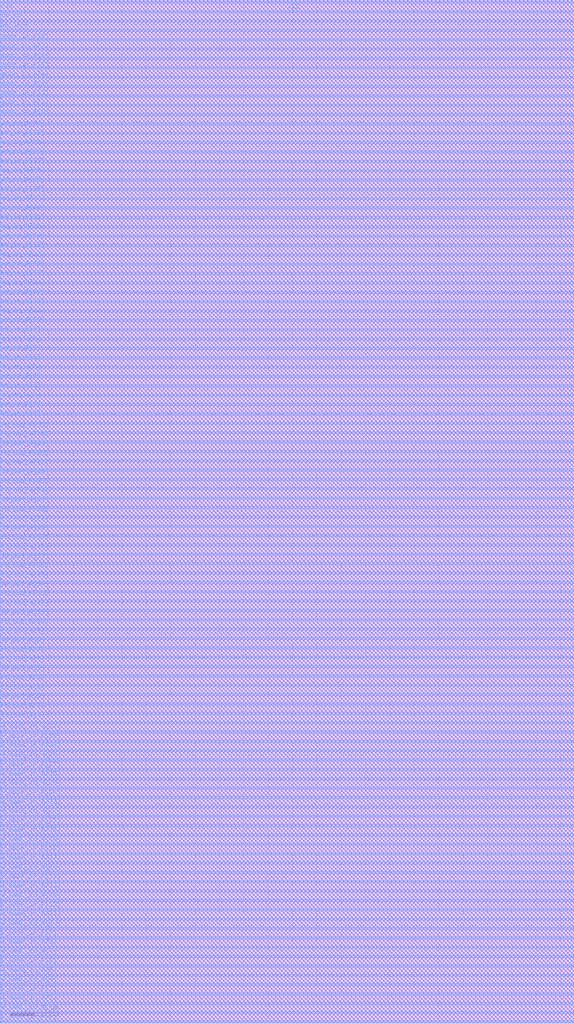
<source format=lef>
# Generated by FakeRAM 2.0
VERSION 5.7 ;
BUSBITCHARS "[]" ;
PROPERTYDEFINITIONS
  MACRO width INTEGER ;
  MACRO depth INTEGER ;
  MACRO banks INTEGER ;
END PROPERTYDEFINITIONS
MACRO fakeram7_dp_512x32
  PROPERTY width 32 ;
  PROPERTY depth 512 ;
  PROPERTY banks 4 ;
  FOREIGN fakeram7_dp_512x32 0 0 ;
  SYMMETRY X Y ;
  SIZE 23.560 BY 42.000 ;
  CLASS BLOCK ;
  PIN w_mask_in_A[0]
    DIRECTION INPUT ;
    USE SIGNAL ;
    SHAPE ABUTMENT ;
    PORT
      LAYER M4 ;
      RECT 0.000 0.048 0.024 0.072 ;
    END
  END w_mask_in_A[0]
  PIN w_mask_in_B[0]
    DIRECTION INPUT ;
    USE SIGNAL ;
    SHAPE ABUTMENT ;
    PORT
      LAYER M4 ;
      RECT 23.536 0.048 23.560 0.072 ;
    END
  END w_mask_in_B[0]
  PIN w_mask_in_A[1]
    DIRECTION INPUT ;
    USE SIGNAL ;
    SHAPE ABUTMENT ;
    PORT
      LAYER M4 ;
      RECT 0.000 0.432 0.024 0.456 ;
    END
  END w_mask_in_A[1]
  PIN w_mask_in_B[1]
    DIRECTION INPUT ;
    USE SIGNAL ;
    SHAPE ABUTMENT ;
    PORT
      LAYER M4 ;
      RECT 23.536 0.432 23.560 0.456 ;
    END
  END w_mask_in_B[1]
  PIN w_mask_in_A[2]
    DIRECTION INPUT ;
    USE SIGNAL ;
    SHAPE ABUTMENT ;
    PORT
      LAYER M4 ;
      RECT 0.000 0.816 0.024 0.840 ;
    END
  END w_mask_in_A[2]
  PIN w_mask_in_B[2]
    DIRECTION INPUT ;
    USE SIGNAL ;
    SHAPE ABUTMENT ;
    PORT
      LAYER M4 ;
      RECT 23.536 0.816 23.560 0.840 ;
    END
  END w_mask_in_B[2]
  PIN w_mask_in_A[3]
    DIRECTION INPUT ;
    USE SIGNAL ;
    SHAPE ABUTMENT ;
    PORT
      LAYER M4 ;
      RECT 0.000 1.200 0.024 1.224 ;
    END
  END w_mask_in_A[3]
  PIN w_mask_in_B[3]
    DIRECTION INPUT ;
    USE SIGNAL ;
    SHAPE ABUTMENT ;
    PORT
      LAYER M4 ;
      RECT 23.536 1.200 23.560 1.224 ;
    END
  END w_mask_in_B[3]
  PIN w_mask_in_A[4]
    DIRECTION INPUT ;
    USE SIGNAL ;
    SHAPE ABUTMENT ;
    PORT
      LAYER M4 ;
      RECT 0.000 1.584 0.024 1.608 ;
    END
  END w_mask_in_A[4]
  PIN w_mask_in_B[4]
    DIRECTION INPUT ;
    USE SIGNAL ;
    SHAPE ABUTMENT ;
    PORT
      LAYER M4 ;
      RECT 23.536 1.584 23.560 1.608 ;
    END
  END w_mask_in_B[4]
  PIN w_mask_in_A[5]
    DIRECTION INPUT ;
    USE SIGNAL ;
    SHAPE ABUTMENT ;
    PORT
      LAYER M4 ;
      RECT 0.000 1.968 0.024 1.992 ;
    END
  END w_mask_in_A[5]
  PIN w_mask_in_B[5]
    DIRECTION INPUT ;
    USE SIGNAL ;
    SHAPE ABUTMENT ;
    PORT
      LAYER M4 ;
      RECT 23.536 1.968 23.560 1.992 ;
    END
  END w_mask_in_B[5]
  PIN w_mask_in_A[6]
    DIRECTION INPUT ;
    USE SIGNAL ;
    SHAPE ABUTMENT ;
    PORT
      LAYER M4 ;
      RECT 0.000 2.352 0.024 2.376 ;
    END
  END w_mask_in_A[6]
  PIN w_mask_in_B[6]
    DIRECTION INPUT ;
    USE SIGNAL ;
    SHAPE ABUTMENT ;
    PORT
      LAYER M4 ;
      RECT 23.536 2.352 23.560 2.376 ;
    END
  END w_mask_in_B[6]
  PIN w_mask_in_A[7]
    DIRECTION INPUT ;
    USE SIGNAL ;
    SHAPE ABUTMENT ;
    PORT
      LAYER M4 ;
      RECT 0.000 2.736 0.024 2.760 ;
    END
  END w_mask_in_A[7]
  PIN w_mask_in_B[7]
    DIRECTION INPUT ;
    USE SIGNAL ;
    SHAPE ABUTMENT ;
    PORT
      LAYER M4 ;
      RECT 23.536 2.736 23.560 2.760 ;
    END
  END w_mask_in_B[7]
  PIN w_mask_in_A[8]
    DIRECTION INPUT ;
    USE SIGNAL ;
    SHAPE ABUTMENT ;
    PORT
      LAYER M4 ;
      RECT 0.000 3.120 0.024 3.144 ;
    END
  END w_mask_in_A[8]
  PIN w_mask_in_B[8]
    DIRECTION INPUT ;
    USE SIGNAL ;
    SHAPE ABUTMENT ;
    PORT
      LAYER M4 ;
      RECT 23.536 3.120 23.560 3.144 ;
    END
  END w_mask_in_B[8]
  PIN w_mask_in_A[9]
    DIRECTION INPUT ;
    USE SIGNAL ;
    SHAPE ABUTMENT ;
    PORT
      LAYER M4 ;
      RECT 0.000 3.504 0.024 3.528 ;
    END
  END w_mask_in_A[9]
  PIN w_mask_in_B[9]
    DIRECTION INPUT ;
    USE SIGNAL ;
    SHAPE ABUTMENT ;
    PORT
      LAYER M4 ;
      RECT 23.536 3.504 23.560 3.528 ;
    END
  END w_mask_in_B[9]
  PIN w_mask_in_A[10]
    DIRECTION INPUT ;
    USE SIGNAL ;
    SHAPE ABUTMENT ;
    PORT
      LAYER M4 ;
      RECT 0.000 3.888 0.024 3.912 ;
    END
  END w_mask_in_A[10]
  PIN w_mask_in_B[10]
    DIRECTION INPUT ;
    USE SIGNAL ;
    SHAPE ABUTMENT ;
    PORT
      LAYER M4 ;
      RECT 23.536 3.888 23.560 3.912 ;
    END
  END w_mask_in_B[10]
  PIN w_mask_in_A[11]
    DIRECTION INPUT ;
    USE SIGNAL ;
    SHAPE ABUTMENT ;
    PORT
      LAYER M4 ;
      RECT 0.000 4.272 0.024 4.296 ;
    END
  END w_mask_in_A[11]
  PIN w_mask_in_B[11]
    DIRECTION INPUT ;
    USE SIGNAL ;
    SHAPE ABUTMENT ;
    PORT
      LAYER M4 ;
      RECT 23.536 4.272 23.560 4.296 ;
    END
  END w_mask_in_B[11]
  PIN w_mask_in_A[12]
    DIRECTION INPUT ;
    USE SIGNAL ;
    SHAPE ABUTMENT ;
    PORT
      LAYER M4 ;
      RECT 0.000 4.656 0.024 4.680 ;
    END
  END w_mask_in_A[12]
  PIN w_mask_in_B[12]
    DIRECTION INPUT ;
    USE SIGNAL ;
    SHAPE ABUTMENT ;
    PORT
      LAYER M4 ;
      RECT 23.536 4.656 23.560 4.680 ;
    END
  END w_mask_in_B[12]
  PIN w_mask_in_A[13]
    DIRECTION INPUT ;
    USE SIGNAL ;
    SHAPE ABUTMENT ;
    PORT
      LAYER M4 ;
      RECT 0.000 5.040 0.024 5.064 ;
    END
  END w_mask_in_A[13]
  PIN w_mask_in_B[13]
    DIRECTION INPUT ;
    USE SIGNAL ;
    SHAPE ABUTMENT ;
    PORT
      LAYER M4 ;
      RECT 23.536 5.040 23.560 5.064 ;
    END
  END w_mask_in_B[13]
  PIN w_mask_in_A[14]
    DIRECTION INPUT ;
    USE SIGNAL ;
    SHAPE ABUTMENT ;
    PORT
      LAYER M4 ;
      RECT 0.000 5.424 0.024 5.448 ;
    END
  END w_mask_in_A[14]
  PIN w_mask_in_B[14]
    DIRECTION INPUT ;
    USE SIGNAL ;
    SHAPE ABUTMENT ;
    PORT
      LAYER M4 ;
      RECT 23.536 5.424 23.560 5.448 ;
    END
  END w_mask_in_B[14]
  PIN w_mask_in_A[15]
    DIRECTION INPUT ;
    USE SIGNAL ;
    SHAPE ABUTMENT ;
    PORT
      LAYER M4 ;
      RECT 0.000 5.808 0.024 5.832 ;
    END
  END w_mask_in_A[15]
  PIN w_mask_in_B[15]
    DIRECTION INPUT ;
    USE SIGNAL ;
    SHAPE ABUTMENT ;
    PORT
      LAYER M4 ;
      RECT 23.536 5.808 23.560 5.832 ;
    END
  END w_mask_in_B[15]
  PIN w_mask_in_A[16]
    DIRECTION INPUT ;
    USE SIGNAL ;
    SHAPE ABUTMENT ;
    PORT
      LAYER M4 ;
      RECT 0.000 6.192 0.024 6.216 ;
    END
  END w_mask_in_A[16]
  PIN w_mask_in_B[16]
    DIRECTION INPUT ;
    USE SIGNAL ;
    SHAPE ABUTMENT ;
    PORT
      LAYER M4 ;
      RECT 23.536 6.192 23.560 6.216 ;
    END
  END w_mask_in_B[16]
  PIN w_mask_in_A[17]
    DIRECTION INPUT ;
    USE SIGNAL ;
    SHAPE ABUTMENT ;
    PORT
      LAYER M4 ;
      RECT 0.000 6.576 0.024 6.600 ;
    END
  END w_mask_in_A[17]
  PIN w_mask_in_B[17]
    DIRECTION INPUT ;
    USE SIGNAL ;
    SHAPE ABUTMENT ;
    PORT
      LAYER M4 ;
      RECT 23.536 6.576 23.560 6.600 ;
    END
  END w_mask_in_B[17]
  PIN w_mask_in_A[18]
    DIRECTION INPUT ;
    USE SIGNAL ;
    SHAPE ABUTMENT ;
    PORT
      LAYER M4 ;
      RECT 0.000 6.960 0.024 6.984 ;
    END
  END w_mask_in_A[18]
  PIN w_mask_in_B[18]
    DIRECTION INPUT ;
    USE SIGNAL ;
    SHAPE ABUTMENT ;
    PORT
      LAYER M4 ;
      RECT 23.536 6.960 23.560 6.984 ;
    END
  END w_mask_in_B[18]
  PIN w_mask_in_A[19]
    DIRECTION INPUT ;
    USE SIGNAL ;
    SHAPE ABUTMENT ;
    PORT
      LAYER M4 ;
      RECT 0.000 7.344 0.024 7.368 ;
    END
  END w_mask_in_A[19]
  PIN w_mask_in_B[19]
    DIRECTION INPUT ;
    USE SIGNAL ;
    SHAPE ABUTMENT ;
    PORT
      LAYER M4 ;
      RECT 23.536 7.344 23.560 7.368 ;
    END
  END w_mask_in_B[19]
  PIN w_mask_in_A[20]
    DIRECTION INPUT ;
    USE SIGNAL ;
    SHAPE ABUTMENT ;
    PORT
      LAYER M4 ;
      RECT 0.000 7.728 0.024 7.752 ;
    END
  END w_mask_in_A[20]
  PIN w_mask_in_B[20]
    DIRECTION INPUT ;
    USE SIGNAL ;
    SHAPE ABUTMENT ;
    PORT
      LAYER M4 ;
      RECT 23.536 7.728 23.560 7.752 ;
    END
  END w_mask_in_B[20]
  PIN w_mask_in_A[21]
    DIRECTION INPUT ;
    USE SIGNAL ;
    SHAPE ABUTMENT ;
    PORT
      LAYER M4 ;
      RECT 0.000 8.112 0.024 8.136 ;
    END
  END w_mask_in_A[21]
  PIN w_mask_in_B[21]
    DIRECTION INPUT ;
    USE SIGNAL ;
    SHAPE ABUTMENT ;
    PORT
      LAYER M4 ;
      RECT 23.536 8.112 23.560 8.136 ;
    END
  END w_mask_in_B[21]
  PIN w_mask_in_A[22]
    DIRECTION INPUT ;
    USE SIGNAL ;
    SHAPE ABUTMENT ;
    PORT
      LAYER M4 ;
      RECT 0.000 8.496 0.024 8.520 ;
    END
  END w_mask_in_A[22]
  PIN w_mask_in_B[22]
    DIRECTION INPUT ;
    USE SIGNAL ;
    SHAPE ABUTMENT ;
    PORT
      LAYER M4 ;
      RECT 23.536 8.496 23.560 8.520 ;
    END
  END w_mask_in_B[22]
  PIN w_mask_in_A[23]
    DIRECTION INPUT ;
    USE SIGNAL ;
    SHAPE ABUTMENT ;
    PORT
      LAYER M4 ;
      RECT 0.000 8.880 0.024 8.904 ;
    END
  END w_mask_in_A[23]
  PIN w_mask_in_B[23]
    DIRECTION INPUT ;
    USE SIGNAL ;
    SHAPE ABUTMENT ;
    PORT
      LAYER M4 ;
      RECT 23.536 8.880 23.560 8.904 ;
    END
  END w_mask_in_B[23]
  PIN w_mask_in_A[24]
    DIRECTION INPUT ;
    USE SIGNAL ;
    SHAPE ABUTMENT ;
    PORT
      LAYER M4 ;
      RECT 0.000 9.264 0.024 9.288 ;
    END
  END w_mask_in_A[24]
  PIN w_mask_in_B[24]
    DIRECTION INPUT ;
    USE SIGNAL ;
    SHAPE ABUTMENT ;
    PORT
      LAYER M4 ;
      RECT 23.536 9.264 23.560 9.288 ;
    END
  END w_mask_in_B[24]
  PIN w_mask_in_A[25]
    DIRECTION INPUT ;
    USE SIGNAL ;
    SHAPE ABUTMENT ;
    PORT
      LAYER M4 ;
      RECT 0.000 9.648 0.024 9.672 ;
    END
  END w_mask_in_A[25]
  PIN w_mask_in_B[25]
    DIRECTION INPUT ;
    USE SIGNAL ;
    SHAPE ABUTMENT ;
    PORT
      LAYER M4 ;
      RECT 23.536 9.648 23.560 9.672 ;
    END
  END w_mask_in_B[25]
  PIN w_mask_in_A[26]
    DIRECTION INPUT ;
    USE SIGNAL ;
    SHAPE ABUTMENT ;
    PORT
      LAYER M4 ;
      RECT 0.000 10.032 0.024 10.056 ;
    END
  END w_mask_in_A[26]
  PIN w_mask_in_B[26]
    DIRECTION INPUT ;
    USE SIGNAL ;
    SHAPE ABUTMENT ;
    PORT
      LAYER M4 ;
      RECT 23.536 10.032 23.560 10.056 ;
    END
  END w_mask_in_B[26]
  PIN w_mask_in_A[27]
    DIRECTION INPUT ;
    USE SIGNAL ;
    SHAPE ABUTMENT ;
    PORT
      LAYER M4 ;
      RECT 0.000 10.416 0.024 10.440 ;
    END
  END w_mask_in_A[27]
  PIN w_mask_in_B[27]
    DIRECTION INPUT ;
    USE SIGNAL ;
    SHAPE ABUTMENT ;
    PORT
      LAYER M4 ;
      RECT 23.536 10.416 23.560 10.440 ;
    END
  END w_mask_in_B[27]
  PIN w_mask_in_A[28]
    DIRECTION INPUT ;
    USE SIGNAL ;
    SHAPE ABUTMENT ;
    PORT
      LAYER M4 ;
      RECT 0.000 10.800 0.024 10.824 ;
    END
  END w_mask_in_A[28]
  PIN w_mask_in_B[28]
    DIRECTION INPUT ;
    USE SIGNAL ;
    SHAPE ABUTMENT ;
    PORT
      LAYER M4 ;
      RECT 23.536 10.800 23.560 10.824 ;
    END
  END w_mask_in_B[28]
  PIN w_mask_in_A[29]
    DIRECTION INPUT ;
    USE SIGNAL ;
    SHAPE ABUTMENT ;
    PORT
      LAYER M4 ;
      RECT 0.000 11.184 0.024 11.208 ;
    END
  END w_mask_in_A[29]
  PIN w_mask_in_B[29]
    DIRECTION INPUT ;
    USE SIGNAL ;
    SHAPE ABUTMENT ;
    PORT
      LAYER M4 ;
      RECT 23.536 11.184 23.560 11.208 ;
    END
  END w_mask_in_B[29]
  PIN w_mask_in_A[30]
    DIRECTION INPUT ;
    USE SIGNAL ;
    SHAPE ABUTMENT ;
    PORT
      LAYER M4 ;
      RECT 0.000 11.568 0.024 11.592 ;
    END
  END w_mask_in_A[30]
  PIN w_mask_in_B[30]
    DIRECTION INPUT ;
    USE SIGNAL ;
    SHAPE ABUTMENT ;
    PORT
      LAYER M4 ;
      RECT 23.536 11.568 23.560 11.592 ;
    END
  END w_mask_in_B[30]
  PIN w_mask_in_A[31]
    DIRECTION INPUT ;
    USE SIGNAL ;
    SHAPE ABUTMENT ;
    PORT
      LAYER M4 ;
      RECT 0.000 11.952 0.024 11.976 ;
    END
  END w_mask_in_A[31]
  PIN w_mask_in_B[31]
    DIRECTION INPUT ;
    USE SIGNAL ;
    SHAPE ABUTMENT ;
    PORT
      LAYER M4 ;
      RECT 23.536 11.952 23.560 11.976 ;
    END
  END w_mask_in_B[31]
  PIN rd_out_A[0]
    DIRECTION OUTPUT ;
    USE SIGNAL ;
    SHAPE ABUTMENT ;
    PORT
      LAYER M4 ;
      RECT 0.000 12.432 0.024 12.456 ;
    END
  END rd_out_A[0]
  PIN rd_out_B[0]
    DIRECTION OUTPUT ;
    USE SIGNAL ;
    SHAPE ABUTMENT ;
    PORT
      LAYER M4 ;
      RECT 23.536 12.432 23.560 12.456 ;
    END
  END rd_out_B[0]
  PIN rd_out_A[1]
    DIRECTION OUTPUT ;
    USE SIGNAL ;
    SHAPE ABUTMENT ;
    PORT
      LAYER M4 ;
      RECT 0.000 12.816 0.024 12.840 ;
    END
  END rd_out_A[1]
  PIN rd_out_B[1]
    DIRECTION OUTPUT ;
    USE SIGNAL ;
    SHAPE ABUTMENT ;
    PORT
      LAYER M4 ;
      RECT 23.536 12.816 23.560 12.840 ;
    END
  END rd_out_B[1]
  PIN rd_out_A[2]
    DIRECTION OUTPUT ;
    USE SIGNAL ;
    SHAPE ABUTMENT ;
    PORT
      LAYER M4 ;
      RECT 0.000 13.200 0.024 13.224 ;
    END
  END rd_out_A[2]
  PIN rd_out_B[2]
    DIRECTION OUTPUT ;
    USE SIGNAL ;
    SHAPE ABUTMENT ;
    PORT
      LAYER M4 ;
      RECT 23.536 13.200 23.560 13.224 ;
    END
  END rd_out_B[2]
  PIN rd_out_A[3]
    DIRECTION OUTPUT ;
    USE SIGNAL ;
    SHAPE ABUTMENT ;
    PORT
      LAYER M4 ;
      RECT 0.000 13.584 0.024 13.608 ;
    END
  END rd_out_A[3]
  PIN rd_out_B[3]
    DIRECTION OUTPUT ;
    USE SIGNAL ;
    SHAPE ABUTMENT ;
    PORT
      LAYER M4 ;
      RECT 23.536 13.584 23.560 13.608 ;
    END
  END rd_out_B[3]
  PIN rd_out_A[4]
    DIRECTION OUTPUT ;
    USE SIGNAL ;
    SHAPE ABUTMENT ;
    PORT
      LAYER M4 ;
      RECT 0.000 13.968 0.024 13.992 ;
    END
  END rd_out_A[4]
  PIN rd_out_B[4]
    DIRECTION OUTPUT ;
    USE SIGNAL ;
    SHAPE ABUTMENT ;
    PORT
      LAYER M4 ;
      RECT 23.536 13.968 23.560 13.992 ;
    END
  END rd_out_B[4]
  PIN rd_out_A[5]
    DIRECTION OUTPUT ;
    USE SIGNAL ;
    SHAPE ABUTMENT ;
    PORT
      LAYER M4 ;
      RECT 0.000 14.352 0.024 14.376 ;
    END
  END rd_out_A[5]
  PIN rd_out_B[5]
    DIRECTION OUTPUT ;
    USE SIGNAL ;
    SHAPE ABUTMENT ;
    PORT
      LAYER M4 ;
      RECT 23.536 14.352 23.560 14.376 ;
    END
  END rd_out_B[5]
  PIN rd_out_A[6]
    DIRECTION OUTPUT ;
    USE SIGNAL ;
    SHAPE ABUTMENT ;
    PORT
      LAYER M4 ;
      RECT 0.000 14.736 0.024 14.760 ;
    END
  END rd_out_A[6]
  PIN rd_out_B[6]
    DIRECTION OUTPUT ;
    USE SIGNAL ;
    SHAPE ABUTMENT ;
    PORT
      LAYER M4 ;
      RECT 23.536 14.736 23.560 14.760 ;
    END
  END rd_out_B[6]
  PIN rd_out_A[7]
    DIRECTION OUTPUT ;
    USE SIGNAL ;
    SHAPE ABUTMENT ;
    PORT
      LAYER M4 ;
      RECT 0.000 15.120 0.024 15.144 ;
    END
  END rd_out_A[7]
  PIN rd_out_B[7]
    DIRECTION OUTPUT ;
    USE SIGNAL ;
    SHAPE ABUTMENT ;
    PORT
      LAYER M4 ;
      RECT 23.536 15.120 23.560 15.144 ;
    END
  END rd_out_B[7]
  PIN rd_out_A[8]
    DIRECTION OUTPUT ;
    USE SIGNAL ;
    SHAPE ABUTMENT ;
    PORT
      LAYER M4 ;
      RECT 0.000 15.504 0.024 15.528 ;
    END
  END rd_out_A[8]
  PIN rd_out_B[8]
    DIRECTION OUTPUT ;
    USE SIGNAL ;
    SHAPE ABUTMENT ;
    PORT
      LAYER M4 ;
      RECT 23.536 15.504 23.560 15.528 ;
    END
  END rd_out_B[8]
  PIN rd_out_A[9]
    DIRECTION OUTPUT ;
    USE SIGNAL ;
    SHAPE ABUTMENT ;
    PORT
      LAYER M4 ;
      RECT 0.000 15.888 0.024 15.912 ;
    END
  END rd_out_A[9]
  PIN rd_out_B[9]
    DIRECTION OUTPUT ;
    USE SIGNAL ;
    SHAPE ABUTMENT ;
    PORT
      LAYER M4 ;
      RECT 23.536 15.888 23.560 15.912 ;
    END
  END rd_out_B[9]
  PIN rd_out_A[10]
    DIRECTION OUTPUT ;
    USE SIGNAL ;
    SHAPE ABUTMENT ;
    PORT
      LAYER M4 ;
      RECT 0.000 16.272 0.024 16.296 ;
    END
  END rd_out_A[10]
  PIN rd_out_B[10]
    DIRECTION OUTPUT ;
    USE SIGNAL ;
    SHAPE ABUTMENT ;
    PORT
      LAYER M4 ;
      RECT 23.536 16.272 23.560 16.296 ;
    END
  END rd_out_B[10]
  PIN rd_out_A[11]
    DIRECTION OUTPUT ;
    USE SIGNAL ;
    SHAPE ABUTMENT ;
    PORT
      LAYER M4 ;
      RECT 0.000 16.656 0.024 16.680 ;
    END
  END rd_out_A[11]
  PIN rd_out_B[11]
    DIRECTION OUTPUT ;
    USE SIGNAL ;
    SHAPE ABUTMENT ;
    PORT
      LAYER M4 ;
      RECT 23.536 16.656 23.560 16.680 ;
    END
  END rd_out_B[11]
  PIN rd_out_A[12]
    DIRECTION OUTPUT ;
    USE SIGNAL ;
    SHAPE ABUTMENT ;
    PORT
      LAYER M4 ;
      RECT 0.000 17.040 0.024 17.064 ;
    END
  END rd_out_A[12]
  PIN rd_out_B[12]
    DIRECTION OUTPUT ;
    USE SIGNAL ;
    SHAPE ABUTMENT ;
    PORT
      LAYER M4 ;
      RECT 23.536 17.040 23.560 17.064 ;
    END
  END rd_out_B[12]
  PIN rd_out_A[13]
    DIRECTION OUTPUT ;
    USE SIGNAL ;
    SHAPE ABUTMENT ;
    PORT
      LAYER M4 ;
      RECT 0.000 17.424 0.024 17.448 ;
    END
  END rd_out_A[13]
  PIN rd_out_B[13]
    DIRECTION OUTPUT ;
    USE SIGNAL ;
    SHAPE ABUTMENT ;
    PORT
      LAYER M4 ;
      RECT 23.536 17.424 23.560 17.448 ;
    END
  END rd_out_B[13]
  PIN rd_out_A[14]
    DIRECTION OUTPUT ;
    USE SIGNAL ;
    SHAPE ABUTMENT ;
    PORT
      LAYER M4 ;
      RECT 0.000 17.808 0.024 17.832 ;
    END
  END rd_out_A[14]
  PIN rd_out_B[14]
    DIRECTION OUTPUT ;
    USE SIGNAL ;
    SHAPE ABUTMENT ;
    PORT
      LAYER M4 ;
      RECT 23.536 17.808 23.560 17.832 ;
    END
  END rd_out_B[14]
  PIN rd_out_A[15]
    DIRECTION OUTPUT ;
    USE SIGNAL ;
    SHAPE ABUTMENT ;
    PORT
      LAYER M4 ;
      RECT 0.000 18.192 0.024 18.216 ;
    END
  END rd_out_A[15]
  PIN rd_out_B[15]
    DIRECTION OUTPUT ;
    USE SIGNAL ;
    SHAPE ABUTMENT ;
    PORT
      LAYER M4 ;
      RECT 23.536 18.192 23.560 18.216 ;
    END
  END rd_out_B[15]
  PIN rd_out_A[16]
    DIRECTION OUTPUT ;
    USE SIGNAL ;
    SHAPE ABUTMENT ;
    PORT
      LAYER M4 ;
      RECT 0.000 18.576 0.024 18.600 ;
    END
  END rd_out_A[16]
  PIN rd_out_B[16]
    DIRECTION OUTPUT ;
    USE SIGNAL ;
    SHAPE ABUTMENT ;
    PORT
      LAYER M4 ;
      RECT 23.536 18.576 23.560 18.600 ;
    END
  END rd_out_B[16]
  PIN rd_out_A[17]
    DIRECTION OUTPUT ;
    USE SIGNAL ;
    SHAPE ABUTMENT ;
    PORT
      LAYER M4 ;
      RECT 0.000 18.960 0.024 18.984 ;
    END
  END rd_out_A[17]
  PIN rd_out_B[17]
    DIRECTION OUTPUT ;
    USE SIGNAL ;
    SHAPE ABUTMENT ;
    PORT
      LAYER M4 ;
      RECT 23.536 18.960 23.560 18.984 ;
    END
  END rd_out_B[17]
  PIN rd_out_A[18]
    DIRECTION OUTPUT ;
    USE SIGNAL ;
    SHAPE ABUTMENT ;
    PORT
      LAYER M4 ;
      RECT 0.000 19.344 0.024 19.368 ;
    END
  END rd_out_A[18]
  PIN rd_out_B[18]
    DIRECTION OUTPUT ;
    USE SIGNAL ;
    SHAPE ABUTMENT ;
    PORT
      LAYER M4 ;
      RECT 23.536 19.344 23.560 19.368 ;
    END
  END rd_out_B[18]
  PIN rd_out_A[19]
    DIRECTION OUTPUT ;
    USE SIGNAL ;
    SHAPE ABUTMENT ;
    PORT
      LAYER M4 ;
      RECT 0.000 19.728 0.024 19.752 ;
    END
  END rd_out_A[19]
  PIN rd_out_B[19]
    DIRECTION OUTPUT ;
    USE SIGNAL ;
    SHAPE ABUTMENT ;
    PORT
      LAYER M4 ;
      RECT 23.536 19.728 23.560 19.752 ;
    END
  END rd_out_B[19]
  PIN rd_out_A[20]
    DIRECTION OUTPUT ;
    USE SIGNAL ;
    SHAPE ABUTMENT ;
    PORT
      LAYER M4 ;
      RECT 0.000 20.112 0.024 20.136 ;
    END
  END rd_out_A[20]
  PIN rd_out_B[20]
    DIRECTION OUTPUT ;
    USE SIGNAL ;
    SHAPE ABUTMENT ;
    PORT
      LAYER M4 ;
      RECT 23.536 20.112 23.560 20.136 ;
    END
  END rd_out_B[20]
  PIN rd_out_A[21]
    DIRECTION OUTPUT ;
    USE SIGNAL ;
    SHAPE ABUTMENT ;
    PORT
      LAYER M4 ;
      RECT 0.000 20.496 0.024 20.520 ;
    END
  END rd_out_A[21]
  PIN rd_out_B[21]
    DIRECTION OUTPUT ;
    USE SIGNAL ;
    SHAPE ABUTMENT ;
    PORT
      LAYER M4 ;
      RECT 23.536 20.496 23.560 20.520 ;
    END
  END rd_out_B[21]
  PIN rd_out_A[22]
    DIRECTION OUTPUT ;
    USE SIGNAL ;
    SHAPE ABUTMENT ;
    PORT
      LAYER M4 ;
      RECT 0.000 20.880 0.024 20.904 ;
    END
  END rd_out_A[22]
  PIN rd_out_B[22]
    DIRECTION OUTPUT ;
    USE SIGNAL ;
    SHAPE ABUTMENT ;
    PORT
      LAYER M4 ;
      RECT 23.536 20.880 23.560 20.904 ;
    END
  END rd_out_B[22]
  PIN rd_out_A[23]
    DIRECTION OUTPUT ;
    USE SIGNAL ;
    SHAPE ABUTMENT ;
    PORT
      LAYER M4 ;
      RECT 0.000 21.264 0.024 21.288 ;
    END
  END rd_out_A[23]
  PIN rd_out_B[23]
    DIRECTION OUTPUT ;
    USE SIGNAL ;
    SHAPE ABUTMENT ;
    PORT
      LAYER M4 ;
      RECT 23.536 21.264 23.560 21.288 ;
    END
  END rd_out_B[23]
  PIN rd_out_A[24]
    DIRECTION OUTPUT ;
    USE SIGNAL ;
    SHAPE ABUTMENT ;
    PORT
      LAYER M4 ;
      RECT 0.000 21.648 0.024 21.672 ;
    END
  END rd_out_A[24]
  PIN rd_out_B[24]
    DIRECTION OUTPUT ;
    USE SIGNAL ;
    SHAPE ABUTMENT ;
    PORT
      LAYER M4 ;
      RECT 23.536 21.648 23.560 21.672 ;
    END
  END rd_out_B[24]
  PIN rd_out_A[25]
    DIRECTION OUTPUT ;
    USE SIGNAL ;
    SHAPE ABUTMENT ;
    PORT
      LAYER M4 ;
      RECT 0.000 22.032 0.024 22.056 ;
    END
  END rd_out_A[25]
  PIN rd_out_B[25]
    DIRECTION OUTPUT ;
    USE SIGNAL ;
    SHAPE ABUTMENT ;
    PORT
      LAYER M4 ;
      RECT 23.536 22.032 23.560 22.056 ;
    END
  END rd_out_B[25]
  PIN rd_out_A[26]
    DIRECTION OUTPUT ;
    USE SIGNAL ;
    SHAPE ABUTMENT ;
    PORT
      LAYER M4 ;
      RECT 0.000 22.416 0.024 22.440 ;
    END
  END rd_out_A[26]
  PIN rd_out_B[26]
    DIRECTION OUTPUT ;
    USE SIGNAL ;
    SHAPE ABUTMENT ;
    PORT
      LAYER M4 ;
      RECT 23.536 22.416 23.560 22.440 ;
    END
  END rd_out_B[26]
  PIN rd_out_A[27]
    DIRECTION OUTPUT ;
    USE SIGNAL ;
    SHAPE ABUTMENT ;
    PORT
      LAYER M4 ;
      RECT 0.000 22.800 0.024 22.824 ;
    END
  END rd_out_A[27]
  PIN rd_out_B[27]
    DIRECTION OUTPUT ;
    USE SIGNAL ;
    SHAPE ABUTMENT ;
    PORT
      LAYER M4 ;
      RECT 23.536 22.800 23.560 22.824 ;
    END
  END rd_out_B[27]
  PIN rd_out_A[28]
    DIRECTION OUTPUT ;
    USE SIGNAL ;
    SHAPE ABUTMENT ;
    PORT
      LAYER M4 ;
      RECT 0.000 23.184 0.024 23.208 ;
    END
  END rd_out_A[28]
  PIN rd_out_B[28]
    DIRECTION OUTPUT ;
    USE SIGNAL ;
    SHAPE ABUTMENT ;
    PORT
      LAYER M4 ;
      RECT 23.536 23.184 23.560 23.208 ;
    END
  END rd_out_B[28]
  PIN rd_out_A[29]
    DIRECTION OUTPUT ;
    USE SIGNAL ;
    SHAPE ABUTMENT ;
    PORT
      LAYER M4 ;
      RECT 0.000 23.568 0.024 23.592 ;
    END
  END rd_out_A[29]
  PIN rd_out_B[29]
    DIRECTION OUTPUT ;
    USE SIGNAL ;
    SHAPE ABUTMENT ;
    PORT
      LAYER M4 ;
      RECT 23.536 23.568 23.560 23.592 ;
    END
  END rd_out_B[29]
  PIN rd_out_A[30]
    DIRECTION OUTPUT ;
    USE SIGNAL ;
    SHAPE ABUTMENT ;
    PORT
      LAYER M4 ;
      RECT 0.000 23.952 0.024 23.976 ;
    END
  END rd_out_A[30]
  PIN rd_out_B[30]
    DIRECTION OUTPUT ;
    USE SIGNAL ;
    SHAPE ABUTMENT ;
    PORT
      LAYER M4 ;
      RECT 23.536 23.952 23.560 23.976 ;
    END
  END rd_out_B[30]
  PIN rd_out_A[31]
    DIRECTION OUTPUT ;
    USE SIGNAL ;
    SHAPE ABUTMENT ;
    PORT
      LAYER M4 ;
      RECT 0.000 24.336 0.024 24.360 ;
    END
  END rd_out_A[31]
  PIN rd_out_B[31]
    DIRECTION OUTPUT ;
    USE SIGNAL ;
    SHAPE ABUTMENT ;
    PORT
      LAYER M4 ;
      RECT 23.536 24.336 23.560 24.360 ;
    END
  END rd_out_B[31]
  PIN wd_in_A[0]
    DIRECTION INPUT ;
    USE SIGNAL ;
    SHAPE ABUTMENT ;
    PORT
      LAYER M4 ;
      RECT 0.000 24.816 0.024 24.840 ;
    END
  END wd_in_A[0]
  PIN wd_in_B[0]
    DIRECTION INPUT ;
    USE SIGNAL ;
    SHAPE ABUTMENT ;
    PORT
      LAYER M4 ;
      RECT 23.536 24.816 23.560 24.840 ;
    END
  END wd_in_B[0]
  PIN wd_in_A[1]
    DIRECTION INPUT ;
    USE SIGNAL ;
    SHAPE ABUTMENT ;
    PORT
      LAYER M4 ;
      RECT 0.000 25.200 0.024 25.224 ;
    END
  END wd_in_A[1]
  PIN wd_in_B[1]
    DIRECTION INPUT ;
    USE SIGNAL ;
    SHAPE ABUTMENT ;
    PORT
      LAYER M4 ;
      RECT 23.536 25.200 23.560 25.224 ;
    END
  END wd_in_B[1]
  PIN wd_in_A[2]
    DIRECTION INPUT ;
    USE SIGNAL ;
    SHAPE ABUTMENT ;
    PORT
      LAYER M4 ;
      RECT 0.000 25.584 0.024 25.608 ;
    END
  END wd_in_A[2]
  PIN wd_in_B[2]
    DIRECTION INPUT ;
    USE SIGNAL ;
    SHAPE ABUTMENT ;
    PORT
      LAYER M4 ;
      RECT 23.536 25.584 23.560 25.608 ;
    END
  END wd_in_B[2]
  PIN wd_in_A[3]
    DIRECTION INPUT ;
    USE SIGNAL ;
    SHAPE ABUTMENT ;
    PORT
      LAYER M4 ;
      RECT 0.000 25.968 0.024 25.992 ;
    END
  END wd_in_A[3]
  PIN wd_in_B[3]
    DIRECTION INPUT ;
    USE SIGNAL ;
    SHAPE ABUTMENT ;
    PORT
      LAYER M4 ;
      RECT 23.536 25.968 23.560 25.992 ;
    END
  END wd_in_B[3]
  PIN wd_in_A[4]
    DIRECTION INPUT ;
    USE SIGNAL ;
    SHAPE ABUTMENT ;
    PORT
      LAYER M4 ;
      RECT 0.000 26.352 0.024 26.376 ;
    END
  END wd_in_A[4]
  PIN wd_in_B[4]
    DIRECTION INPUT ;
    USE SIGNAL ;
    SHAPE ABUTMENT ;
    PORT
      LAYER M4 ;
      RECT 23.536 26.352 23.560 26.376 ;
    END
  END wd_in_B[4]
  PIN wd_in_A[5]
    DIRECTION INPUT ;
    USE SIGNAL ;
    SHAPE ABUTMENT ;
    PORT
      LAYER M4 ;
      RECT 0.000 26.736 0.024 26.760 ;
    END
  END wd_in_A[5]
  PIN wd_in_B[5]
    DIRECTION INPUT ;
    USE SIGNAL ;
    SHAPE ABUTMENT ;
    PORT
      LAYER M4 ;
      RECT 23.536 26.736 23.560 26.760 ;
    END
  END wd_in_B[5]
  PIN wd_in_A[6]
    DIRECTION INPUT ;
    USE SIGNAL ;
    SHAPE ABUTMENT ;
    PORT
      LAYER M4 ;
      RECT 0.000 27.120 0.024 27.144 ;
    END
  END wd_in_A[6]
  PIN wd_in_B[6]
    DIRECTION INPUT ;
    USE SIGNAL ;
    SHAPE ABUTMENT ;
    PORT
      LAYER M4 ;
      RECT 23.536 27.120 23.560 27.144 ;
    END
  END wd_in_B[6]
  PIN wd_in_A[7]
    DIRECTION INPUT ;
    USE SIGNAL ;
    SHAPE ABUTMENT ;
    PORT
      LAYER M4 ;
      RECT 0.000 27.504 0.024 27.528 ;
    END
  END wd_in_A[7]
  PIN wd_in_B[7]
    DIRECTION INPUT ;
    USE SIGNAL ;
    SHAPE ABUTMENT ;
    PORT
      LAYER M4 ;
      RECT 23.536 27.504 23.560 27.528 ;
    END
  END wd_in_B[7]
  PIN wd_in_A[8]
    DIRECTION INPUT ;
    USE SIGNAL ;
    SHAPE ABUTMENT ;
    PORT
      LAYER M4 ;
      RECT 0.000 27.888 0.024 27.912 ;
    END
  END wd_in_A[8]
  PIN wd_in_B[8]
    DIRECTION INPUT ;
    USE SIGNAL ;
    SHAPE ABUTMENT ;
    PORT
      LAYER M4 ;
      RECT 23.536 27.888 23.560 27.912 ;
    END
  END wd_in_B[8]
  PIN wd_in_A[9]
    DIRECTION INPUT ;
    USE SIGNAL ;
    SHAPE ABUTMENT ;
    PORT
      LAYER M4 ;
      RECT 0.000 28.272 0.024 28.296 ;
    END
  END wd_in_A[9]
  PIN wd_in_B[9]
    DIRECTION INPUT ;
    USE SIGNAL ;
    SHAPE ABUTMENT ;
    PORT
      LAYER M4 ;
      RECT 23.536 28.272 23.560 28.296 ;
    END
  END wd_in_B[9]
  PIN wd_in_A[10]
    DIRECTION INPUT ;
    USE SIGNAL ;
    SHAPE ABUTMENT ;
    PORT
      LAYER M4 ;
      RECT 0.000 28.656 0.024 28.680 ;
    END
  END wd_in_A[10]
  PIN wd_in_B[10]
    DIRECTION INPUT ;
    USE SIGNAL ;
    SHAPE ABUTMENT ;
    PORT
      LAYER M4 ;
      RECT 23.536 28.656 23.560 28.680 ;
    END
  END wd_in_B[10]
  PIN wd_in_A[11]
    DIRECTION INPUT ;
    USE SIGNAL ;
    SHAPE ABUTMENT ;
    PORT
      LAYER M4 ;
      RECT 0.000 29.040 0.024 29.064 ;
    END
  END wd_in_A[11]
  PIN wd_in_B[11]
    DIRECTION INPUT ;
    USE SIGNAL ;
    SHAPE ABUTMENT ;
    PORT
      LAYER M4 ;
      RECT 23.536 29.040 23.560 29.064 ;
    END
  END wd_in_B[11]
  PIN wd_in_A[12]
    DIRECTION INPUT ;
    USE SIGNAL ;
    SHAPE ABUTMENT ;
    PORT
      LAYER M4 ;
      RECT 0.000 29.424 0.024 29.448 ;
    END
  END wd_in_A[12]
  PIN wd_in_B[12]
    DIRECTION INPUT ;
    USE SIGNAL ;
    SHAPE ABUTMENT ;
    PORT
      LAYER M4 ;
      RECT 23.536 29.424 23.560 29.448 ;
    END
  END wd_in_B[12]
  PIN wd_in_A[13]
    DIRECTION INPUT ;
    USE SIGNAL ;
    SHAPE ABUTMENT ;
    PORT
      LAYER M4 ;
      RECT 0.000 29.808 0.024 29.832 ;
    END
  END wd_in_A[13]
  PIN wd_in_B[13]
    DIRECTION INPUT ;
    USE SIGNAL ;
    SHAPE ABUTMENT ;
    PORT
      LAYER M4 ;
      RECT 23.536 29.808 23.560 29.832 ;
    END
  END wd_in_B[13]
  PIN wd_in_A[14]
    DIRECTION INPUT ;
    USE SIGNAL ;
    SHAPE ABUTMENT ;
    PORT
      LAYER M4 ;
      RECT 0.000 30.192 0.024 30.216 ;
    END
  END wd_in_A[14]
  PIN wd_in_B[14]
    DIRECTION INPUT ;
    USE SIGNAL ;
    SHAPE ABUTMENT ;
    PORT
      LAYER M4 ;
      RECT 23.536 30.192 23.560 30.216 ;
    END
  END wd_in_B[14]
  PIN wd_in_A[15]
    DIRECTION INPUT ;
    USE SIGNAL ;
    SHAPE ABUTMENT ;
    PORT
      LAYER M4 ;
      RECT 0.000 30.576 0.024 30.600 ;
    END
  END wd_in_A[15]
  PIN wd_in_B[15]
    DIRECTION INPUT ;
    USE SIGNAL ;
    SHAPE ABUTMENT ;
    PORT
      LAYER M4 ;
      RECT 23.536 30.576 23.560 30.600 ;
    END
  END wd_in_B[15]
  PIN wd_in_A[16]
    DIRECTION INPUT ;
    USE SIGNAL ;
    SHAPE ABUTMENT ;
    PORT
      LAYER M4 ;
      RECT 0.000 30.960 0.024 30.984 ;
    END
  END wd_in_A[16]
  PIN wd_in_B[16]
    DIRECTION INPUT ;
    USE SIGNAL ;
    SHAPE ABUTMENT ;
    PORT
      LAYER M4 ;
      RECT 23.536 30.960 23.560 30.984 ;
    END
  END wd_in_B[16]
  PIN wd_in_A[17]
    DIRECTION INPUT ;
    USE SIGNAL ;
    SHAPE ABUTMENT ;
    PORT
      LAYER M4 ;
      RECT 0.000 31.344 0.024 31.368 ;
    END
  END wd_in_A[17]
  PIN wd_in_B[17]
    DIRECTION INPUT ;
    USE SIGNAL ;
    SHAPE ABUTMENT ;
    PORT
      LAYER M4 ;
      RECT 23.536 31.344 23.560 31.368 ;
    END
  END wd_in_B[17]
  PIN wd_in_A[18]
    DIRECTION INPUT ;
    USE SIGNAL ;
    SHAPE ABUTMENT ;
    PORT
      LAYER M4 ;
      RECT 0.000 31.728 0.024 31.752 ;
    END
  END wd_in_A[18]
  PIN wd_in_B[18]
    DIRECTION INPUT ;
    USE SIGNAL ;
    SHAPE ABUTMENT ;
    PORT
      LAYER M4 ;
      RECT 23.536 31.728 23.560 31.752 ;
    END
  END wd_in_B[18]
  PIN wd_in_A[19]
    DIRECTION INPUT ;
    USE SIGNAL ;
    SHAPE ABUTMENT ;
    PORT
      LAYER M4 ;
      RECT 0.000 32.112 0.024 32.136 ;
    END
  END wd_in_A[19]
  PIN wd_in_B[19]
    DIRECTION INPUT ;
    USE SIGNAL ;
    SHAPE ABUTMENT ;
    PORT
      LAYER M4 ;
      RECT 23.536 32.112 23.560 32.136 ;
    END
  END wd_in_B[19]
  PIN wd_in_A[20]
    DIRECTION INPUT ;
    USE SIGNAL ;
    SHAPE ABUTMENT ;
    PORT
      LAYER M4 ;
      RECT 0.000 32.496 0.024 32.520 ;
    END
  END wd_in_A[20]
  PIN wd_in_B[20]
    DIRECTION INPUT ;
    USE SIGNAL ;
    SHAPE ABUTMENT ;
    PORT
      LAYER M4 ;
      RECT 23.536 32.496 23.560 32.520 ;
    END
  END wd_in_B[20]
  PIN wd_in_A[21]
    DIRECTION INPUT ;
    USE SIGNAL ;
    SHAPE ABUTMENT ;
    PORT
      LAYER M4 ;
      RECT 0.000 32.880 0.024 32.904 ;
    END
  END wd_in_A[21]
  PIN wd_in_B[21]
    DIRECTION INPUT ;
    USE SIGNAL ;
    SHAPE ABUTMENT ;
    PORT
      LAYER M4 ;
      RECT 23.536 32.880 23.560 32.904 ;
    END
  END wd_in_B[21]
  PIN wd_in_A[22]
    DIRECTION INPUT ;
    USE SIGNAL ;
    SHAPE ABUTMENT ;
    PORT
      LAYER M4 ;
      RECT 0.000 33.264 0.024 33.288 ;
    END
  END wd_in_A[22]
  PIN wd_in_B[22]
    DIRECTION INPUT ;
    USE SIGNAL ;
    SHAPE ABUTMENT ;
    PORT
      LAYER M4 ;
      RECT 23.536 33.264 23.560 33.288 ;
    END
  END wd_in_B[22]
  PIN wd_in_A[23]
    DIRECTION INPUT ;
    USE SIGNAL ;
    SHAPE ABUTMENT ;
    PORT
      LAYER M4 ;
      RECT 0.000 33.648 0.024 33.672 ;
    END
  END wd_in_A[23]
  PIN wd_in_B[23]
    DIRECTION INPUT ;
    USE SIGNAL ;
    SHAPE ABUTMENT ;
    PORT
      LAYER M4 ;
      RECT 23.536 33.648 23.560 33.672 ;
    END
  END wd_in_B[23]
  PIN wd_in_A[24]
    DIRECTION INPUT ;
    USE SIGNAL ;
    SHAPE ABUTMENT ;
    PORT
      LAYER M4 ;
      RECT 0.000 34.032 0.024 34.056 ;
    END
  END wd_in_A[24]
  PIN wd_in_B[24]
    DIRECTION INPUT ;
    USE SIGNAL ;
    SHAPE ABUTMENT ;
    PORT
      LAYER M4 ;
      RECT 23.536 34.032 23.560 34.056 ;
    END
  END wd_in_B[24]
  PIN wd_in_A[25]
    DIRECTION INPUT ;
    USE SIGNAL ;
    SHAPE ABUTMENT ;
    PORT
      LAYER M4 ;
      RECT 0.000 34.416 0.024 34.440 ;
    END
  END wd_in_A[25]
  PIN wd_in_B[25]
    DIRECTION INPUT ;
    USE SIGNAL ;
    SHAPE ABUTMENT ;
    PORT
      LAYER M4 ;
      RECT 23.536 34.416 23.560 34.440 ;
    END
  END wd_in_B[25]
  PIN wd_in_A[26]
    DIRECTION INPUT ;
    USE SIGNAL ;
    SHAPE ABUTMENT ;
    PORT
      LAYER M4 ;
      RECT 0.000 34.800 0.024 34.824 ;
    END
  END wd_in_A[26]
  PIN wd_in_B[26]
    DIRECTION INPUT ;
    USE SIGNAL ;
    SHAPE ABUTMENT ;
    PORT
      LAYER M4 ;
      RECT 23.536 34.800 23.560 34.824 ;
    END
  END wd_in_B[26]
  PIN wd_in_A[27]
    DIRECTION INPUT ;
    USE SIGNAL ;
    SHAPE ABUTMENT ;
    PORT
      LAYER M4 ;
      RECT 0.000 35.184 0.024 35.208 ;
    END
  END wd_in_A[27]
  PIN wd_in_B[27]
    DIRECTION INPUT ;
    USE SIGNAL ;
    SHAPE ABUTMENT ;
    PORT
      LAYER M4 ;
      RECT 23.536 35.184 23.560 35.208 ;
    END
  END wd_in_B[27]
  PIN wd_in_A[28]
    DIRECTION INPUT ;
    USE SIGNAL ;
    SHAPE ABUTMENT ;
    PORT
      LAYER M4 ;
      RECT 0.000 35.568 0.024 35.592 ;
    END
  END wd_in_A[28]
  PIN wd_in_B[28]
    DIRECTION INPUT ;
    USE SIGNAL ;
    SHAPE ABUTMENT ;
    PORT
      LAYER M4 ;
      RECT 23.536 35.568 23.560 35.592 ;
    END
  END wd_in_B[28]
  PIN wd_in_A[29]
    DIRECTION INPUT ;
    USE SIGNAL ;
    SHAPE ABUTMENT ;
    PORT
      LAYER M4 ;
      RECT 0.000 35.952 0.024 35.976 ;
    END
  END wd_in_A[29]
  PIN wd_in_B[29]
    DIRECTION INPUT ;
    USE SIGNAL ;
    SHAPE ABUTMENT ;
    PORT
      LAYER M4 ;
      RECT 23.536 35.952 23.560 35.976 ;
    END
  END wd_in_B[29]
  PIN wd_in_A[30]
    DIRECTION INPUT ;
    USE SIGNAL ;
    SHAPE ABUTMENT ;
    PORT
      LAYER M4 ;
      RECT 0.000 36.336 0.024 36.360 ;
    END
  END wd_in_A[30]
  PIN wd_in_B[30]
    DIRECTION INPUT ;
    USE SIGNAL ;
    SHAPE ABUTMENT ;
    PORT
      LAYER M4 ;
      RECT 23.536 36.336 23.560 36.360 ;
    END
  END wd_in_B[30]
  PIN wd_in_A[31]
    DIRECTION INPUT ;
    USE SIGNAL ;
    SHAPE ABUTMENT ;
    PORT
      LAYER M4 ;
      RECT 0.000 36.720 0.024 36.744 ;
    END
  END wd_in_A[31]
  PIN wd_in_B[31]
    DIRECTION INPUT ;
    USE SIGNAL ;
    SHAPE ABUTMENT ;
    PORT
      LAYER M4 ;
      RECT 23.536 36.720 23.560 36.744 ;
    END
  END wd_in_B[31]
  PIN addr_in_A[0]
    DIRECTION INPUT ;
    USE SIGNAL ;
    SHAPE ABUTMENT ;
    PORT
      LAYER M4 ;
      RECT 0.000 37.200 0.024 37.224 ;
    END
  END addr_in_A[0]
  PIN addr_in_B[0]
    DIRECTION INPUT ;
    USE SIGNAL ;
    SHAPE ABUTMENT ;
    PORT
      LAYER M4 ;
      RECT 23.536 37.200 23.560 37.224 ;
    END
  END addr_in_B[0]
  PIN addr_in_A[1]
    DIRECTION INPUT ;
    USE SIGNAL ;
    SHAPE ABUTMENT ;
    PORT
      LAYER M4 ;
      RECT 0.000 37.584 0.024 37.608 ;
    END
  END addr_in_A[1]
  PIN addr_in_B[1]
    DIRECTION INPUT ;
    USE SIGNAL ;
    SHAPE ABUTMENT ;
    PORT
      LAYER M4 ;
      RECT 23.536 37.584 23.560 37.608 ;
    END
  END addr_in_B[1]
  PIN addr_in_A[2]
    DIRECTION INPUT ;
    USE SIGNAL ;
    SHAPE ABUTMENT ;
    PORT
      LAYER M4 ;
      RECT 0.000 37.968 0.024 37.992 ;
    END
  END addr_in_A[2]
  PIN addr_in_B[2]
    DIRECTION INPUT ;
    USE SIGNAL ;
    SHAPE ABUTMENT ;
    PORT
      LAYER M4 ;
      RECT 23.536 37.968 23.560 37.992 ;
    END
  END addr_in_B[2]
  PIN addr_in_A[3]
    DIRECTION INPUT ;
    USE SIGNAL ;
    SHAPE ABUTMENT ;
    PORT
      LAYER M4 ;
      RECT 0.000 38.352 0.024 38.376 ;
    END
  END addr_in_A[3]
  PIN addr_in_B[3]
    DIRECTION INPUT ;
    USE SIGNAL ;
    SHAPE ABUTMENT ;
    PORT
      LAYER M4 ;
      RECT 23.536 38.352 23.560 38.376 ;
    END
  END addr_in_B[3]
  PIN addr_in_A[4]
    DIRECTION INPUT ;
    USE SIGNAL ;
    SHAPE ABUTMENT ;
    PORT
      LAYER M4 ;
      RECT 0.000 38.736 0.024 38.760 ;
    END
  END addr_in_A[4]
  PIN addr_in_B[4]
    DIRECTION INPUT ;
    USE SIGNAL ;
    SHAPE ABUTMENT ;
    PORT
      LAYER M4 ;
      RECT 23.536 38.736 23.560 38.760 ;
    END
  END addr_in_B[4]
  PIN addr_in_A[5]
    DIRECTION INPUT ;
    USE SIGNAL ;
    SHAPE ABUTMENT ;
    PORT
      LAYER M4 ;
      RECT 0.000 39.120 0.024 39.144 ;
    END
  END addr_in_A[5]
  PIN addr_in_B[5]
    DIRECTION INPUT ;
    USE SIGNAL ;
    SHAPE ABUTMENT ;
    PORT
      LAYER M4 ;
      RECT 23.536 39.120 23.560 39.144 ;
    END
  END addr_in_B[5]
  PIN addr_in_A[6]
    DIRECTION INPUT ;
    USE SIGNAL ;
    SHAPE ABUTMENT ;
    PORT
      LAYER M4 ;
      RECT 0.000 39.504 0.024 39.528 ;
    END
  END addr_in_A[6]
  PIN addr_in_B[6]
    DIRECTION INPUT ;
    USE SIGNAL ;
    SHAPE ABUTMENT ;
    PORT
      LAYER M4 ;
      RECT 23.536 39.504 23.560 39.528 ;
    END
  END addr_in_B[6]
  PIN addr_in_A[7]
    DIRECTION INPUT ;
    USE SIGNAL ;
    SHAPE ABUTMENT ;
    PORT
      LAYER M4 ;
      RECT 0.000 39.888 0.024 39.912 ;
    END
  END addr_in_A[7]
  PIN addr_in_B[7]
    DIRECTION INPUT ;
    USE SIGNAL ;
    SHAPE ABUTMENT ;
    PORT
      LAYER M4 ;
      RECT 23.536 39.888 23.560 39.912 ;
    END
  END addr_in_B[7]
  PIN addr_in_A[8]
    DIRECTION INPUT ;
    USE SIGNAL ;
    SHAPE ABUTMENT ;
    PORT
      LAYER M4 ;
      RECT 0.000 40.272 0.024 40.296 ;
    END
  END addr_in_A[8]
  PIN addr_in_B[8]
    DIRECTION INPUT ;
    USE SIGNAL ;
    SHAPE ABUTMENT ;
    PORT
      LAYER M4 ;
      RECT 23.536 40.272 23.560 40.296 ;
    END
  END addr_in_B[8]
  PIN we_in_A
    DIRECTION INPUT ;
    USE SIGNAL ;
    SHAPE ABUTMENT ;
    PORT
      LAYER M4 ;
      RECT 0.000 40.752 0.024 40.776 ;
    END
  END we_in_A
  PIN we_in_B
    DIRECTION INPUT ;
    USE SIGNAL ;
    SHAPE ABUTMENT ;
    PORT
      LAYER M4 ;
      RECT 23.536 40.752 23.560 40.776 ;
    END
  END we_in_B
  PIN ce_in
    DIRECTION INPUT ;
    USE SIGNAL ;
    SHAPE ABUTMENT ;
    PORT
      LAYER M4 ;
      RECT 0.000 41.136 0.024 41.160 ;
    END
  END ce_in
  PIN clk
    DIRECTION INPUT ;
    USE SIGNAL ;
    SHAPE ABUTMENT ;
    PORT
      LAYER M4 ;
      RECT 0.000 41.520 0.024 41.544 ;
    END
  END clk
  PIN VSS
    DIRECTION INOUT ;
    USE GROUND ;
    PORT
      LAYER M4 ;
      RECT 0.048 0.000 23.512 0.096 ;
      RECT 0.048 0.768 23.512 0.864 ;
      RECT 0.048 1.536 23.512 1.632 ;
      RECT 0.048 2.304 23.512 2.400 ;
      RECT 0.048 3.072 23.512 3.168 ;
      RECT 0.048 3.840 23.512 3.936 ;
      RECT 0.048 4.608 23.512 4.704 ;
      RECT 0.048 5.376 23.512 5.472 ;
      RECT 0.048 6.144 23.512 6.240 ;
      RECT 0.048 6.912 23.512 7.008 ;
      RECT 0.048 7.680 23.512 7.776 ;
      RECT 0.048 8.448 23.512 8.544 ;
      RECT 0.048 9.216 23.512 9.312 ;
      RECT 0.048 9.984 23.512 10.080 ;
      RECT 0.048 10.752 23.512 10.848 ;
      RECT 0.048 11.520 23.512 11.616 ;
      RECT 0.048 12.288 23.512 12.384 ;
      RECT 0.048 13.056 23.512 13.152 ;
      RECT 0.048 13.824 23.512 13.920 ;
      RECT 0.048 14.592 23.512 14.688 ;
      RECT 0.048 15.360 23.512 15.456 ;
      RECT 0.048 16.128 23.512 16.224 ;
      RECT 0.048 16.896 23.512 16.992 ;
      RECT 0.048 17.664 23.512 17.760 ;
      RECT 0.048 18.432 23.512 18.528 ;
      RECT 0.048 19.200 23.512 19.296 ;
      RECT 0.048 19.968 23.512 20.064 ;
      RECT 0.048 20.736 23.512 20.832 ;
      RECT 0.048 21.504 23.512 21.600 ;
      RECT 0.048 22.272 23.512 22.368 ;
      RECT 0.048 23.040 23.512 23.136 ;
      RECT 0.048 23.808 23.512 23.904 ;
      RECT 0.048 24.576 23.512 24.672 ;
      RECT 0.048 25.344 23.512 25.440 ;
      RECT 0.048 26.112 23.512 26.208 ;
      RECT 0.048 26.880 23.512 26.976 ;
      RECT 0.048 27.648 23.512 27.744 ;
      RECT 0.048 28.416 23.512 28.512 ;
      RECT 0.048 29.184 23.512 29.280 ;
      RECT 0.048 29.952 23.512 30.048 ;
      RECT 0.048 30.720 23.512 30.816 ;
      RECT 0.048 31.488 23.512 31.584 ;
      RECT 0.048 32.256 23.512 32.352 ;
      RECT 0.048 33.024 23.512 33.120 ;
      RECT 0.048 33.792 23.512 33.888 ;
      RECT 0.048 34.560 23.512 34.656 ;
      RECT 0.048 35.328 23.512 35.424 ;
      RECT 0.048 36.096 23.512 36.192 ;
      RECT 0.048 36.864 23.512 36.960 ;
      RECT 0.048 37.632 23.512 37.728 ;
      RECT 0.048 38.400 23.512 38.496 ;
      RECT 0.048 39.168 23.512 39.264 ;
      RECT 0.048 39.936 23.512 40.032 ;
      RECT 0.048 40.704 23.512 40.800 ;
      RECT 0.048 41.472 23.512 41.568 ;
    END
  END VSS
  PIN VDD
    DIRECTION INOUT ;
    USE POWER ;
    PORT
      LAYER M4 ;
      RECT 0.048 0.384 23.512 0.480 ;
      RECT 0.048 1.152 23.512 1.248 ;
      RECT 0.048 1.920 23.512 2.016 ;
      RECT 0.048 2.688 23.512 2.784 ;
      RECT 0.048 3.456 23.512 3.552 ;
      RECT 0.048 4.224 23.512 4.320 ;
      RECT 0.048 4.992 23.512 5.088 ;
      RECT 0.048 5.760 23.512 5.856 ;
      RECT 0.048 6.528 23.512 6.624 ;
      RECT 0.048 7.296 23.512 7.392 ;
      RECT 0.048 8.064 23.512 8.160 ;
      RECT 0.048 8.832 23.512 8.928 ;
      RECT 0.048 9.600 23.512 9.696 ;
      RECT 0.048 10.368 23.512 10.464 ;
      RECT 0.048 11.136 23.512 11.232 ;
      RECT 0.048 11.904 23.512 12.000 ;
      RECT 0.048 12.672 23.512 12.768 ;
      RECT 0.048 13.440 23.512 13.536 ;
      RECT 0.048 14.208 23.512 14.304 ;
      RECT 0.048 14.976 23.512 15.072 ;
      RECT 0.048 15.744 23.512 15.840 ;
      RECT 0.048 16.512 23.512 16.608 ;
      RECT 0.048 17.280 23.512 17.376 ;
      RECT 0.048 18.048 23.512 18.144 ;
      RECT 0.048 18.816 23.512 18.912 ;
      RECT 0.048 19.584 23.512 19.680 ;
      RECT 0.048 20.352 23.512 20.448 ;
      RECT 0.048 21.120 23.512 21.216 ;
      RECT 0.048 21.888 23.512 21.984 ;
      RECT 0.048 22.656 23.512 22.752 ;
      RECT 0.048 23.424 23.512 23.520 ;
      RECT 0.048 24.192 23.512 24.288 ;
      RECT 0.048 24.960 23.512 25.056 ;
      RECT 0.048 25.728 23.512 25.824 ;
      RECT 0.048 26.496 23.512 26.592 ;
      RECT 0.048 27.264 23.512 27.360 ;
      RECT 0.048 28.032 23.512 28.128 ;
      RECT 0.048 28.800 23.512 28.896 ;
      RECT 0.048 29.568 23.512 29.664 ;
      RECT 0.048 30.336 23.512 30.432 ;
      RECT 0.048 31.104 23.512 31.200 ;
      RECT 0.048 31.872 23.512 31.968 ;
      RECT 0.048 32.640 23.512 32.736 ;
      RECT 0.048 33.408 23.512 33.504 ;
      RECT 0.048 34.176 23.512 34.272 ;
      RECT 0.048 34.944 23.512 35.040 ;
      RECT 0.048 35.712 23.512 35.808 ;
      RECT 0.048 36.480 23.512 36.576 ;
      RECT 0.048 37.248 23.512 37.344 ;
      RECT 0.048 38.016 23.512 38.112 ;
      RECT 0.048 38.784 23.512 38.880 ;
      RECT 0.048 39.552 23.512 39.648 ;
      RECT 0.048 40.320 23.512 40.416 ;
      RECT 0.048 41.088 23.512 41.184 ;
      RECT 0.048 41.856 23.512 41.952 ;
    END
  END VDD
  OBS
    LAYER M1 ;
    RECT 0 0 23.560 42.000 ;
    LAYER M2 ;
    RECT 0 0 23.560 42.000 ;
    LAYER M3 ;
    RECT 0 0 23.560 42.000 ;
    LAYER M4 ;
    RECT 0 0 23.560 42.000 ;
  END
END fakeram7_dp_512x32

END LIBRARY

</source>
